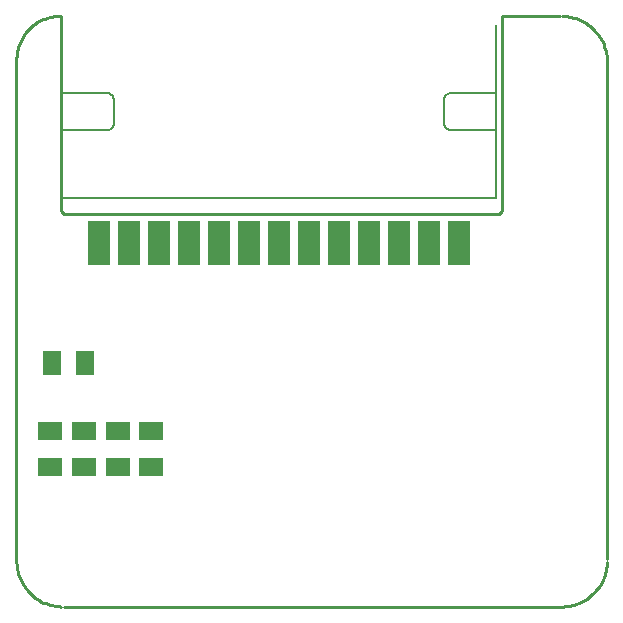
<source format=gtp>
G75*
G70*
%OFA0B0*%
%FSLAX24Y24*%
%IPPOS*%
%LPD*%
%AMOC8*
5,1,8,0,0,1.08239X$1,22.5*
%
%ADD10C,0.0100*%
%ADD11R,0.0630X0.0787*%
%ADD12C,0.0050*%
%ADD13R,0.0760X0.1500*%
%ADD14R,0.0787X0.0591*%
D10*
X001272Y002404D02*
X001272Y002454D01*
X001272Y019014D01*
X001272Y019038D02*
X001273Y019113D01*
X001277Y019188D01*
X001286Y019263D01*
X001298Y019337D01*
X001314Y019410D01*
X001334Y019483D01*
X001358Y019554D01*
X001385Y019624D01*
X001416Y019692D01*
X001450Y019759D01*
X001488Y019824D01*
X001529Y019887D01*
X001573Y019948D01*
X001621Y020006D01*
X001671Y020062D01*
X001724Y020115D01*
X001780Y020165D01*
X001838Y020213D01*
X001899Y020257D01*
X001962Y020298D01*
X002027Y020336D01*
X002094Y020370D01*
X002162Y020401D01*
X002232Y020428D01*
X002303Y020452D01*
X002376Y020472D01*
X002449Y020488D01*
X002523Y020500D01*
X002598Y020509D01*
X002673Y020513D01*
X002748Y020514D01*
X002748Y014018D01*
X002847Y013920D01*
X017365Y013920D01*
X017463Y014018D01*
X017463Y020514D01*
X019382Y020514D01*
X019457Y020514D02*
X019534Y020510D01*
X019611Y020503D01*
X019688Y020492D01*
X019763Y020477D01*
X019838Y020458D01*
X019912Y020436D01*
X019985Y020409D01*
X020056Y020379D01*
X020125Y020346D01*
X020193Y020309D01*
X020259Y020269D01*
X020323Y020225D01*
X020384Y020179D01*
X020443Y020129D01*
X020500Y020077D01*
X020554Y020021D01*
X020605Y019963D01*
X020653Y019903D01*
X020697Y019840D01*
X020739Y019775D01*
X020777Y019708D01*
X020812Y019639D01*
X020843Y019568D01*
X020871Y019496D01*
X020895Y019423D01*
X020916Y019348D01*
X020932Y019273D01*
X020945Y019197D01*
X020954Y019120D01*
X020959Y019043D01*
X020960Y018966D01*
X020957Y018889D01*
X020957Y002404D01*
X020957Y002329D02*
X020953Y002252D01*
X020946Y002175D01*
X020935Y002098D01*
X020920Y002023D01*
X020901Y001948D01*
X020879Y001874D01*
X020852Y001801D01*
X020822Y001730D01*
X020789Y001661D01*
X020752Y001593D01*
X020712Y001527D01*
X020668Y001463D01*
X020622Y001402D01*
X020572Y001343D01*
X020520Y001286D01*
X020464Y001232D01*
X020406Y001181D01*
X020346Y001133D01*
X020283Y001089D01*
X020218Y001047D01*
X020151Y001009D01*
X020082Y000974D01*
X020011Y000943D01*
X019939Y000915D01*
X019866Y000891D01*
X019791Y000870D01*
X019716Y000854D01*
X019640Y000841D01*
X019563Y000832D01*
X019486Y000827D01*
X019409Y000826D01*
X019332Y000829D01*
X019382Y000829D01*
X019332Y000829D02*
X002847Y000829D01*
X002772Y000829D02*
X002695Y000833D01*
X002618Y000840D01*
X002541Y000851D01*
X002466Y000866D01*
X002391Y000885D01*
X002317Y000907D01*
X002244Y000934D01*
X002173Y000964D01*
X002104Y000997D01*
X002036Y001034D01*
X001970Y001074D01*
X001906Y001118D01*
X001845Y001164D01*
X001786Y001214D01*
X001729Y001266D01*
X001675Y001322D01*
X001624Y001380D01*
X001576Y001440D01*
X001532Y001503D01*
X001490Y001568D01*
X001452Y001635D01*
X001417Y001704D01*
X001386Y001775D01*
X001358Y001847D01*
X001334Y001920D01*
X001313Y001995D01*
X001297Y002070D01*
X001284Y002146D01*
X001275Y002223D01*
X001270Y002300D01*
X001269Y002377D01*
X001272Y002454D01*
X020957Y018889D02*
X020957Y018939D01*
D11*
X003573Y008935D03*
X002471Y008935D03*
D12*
X002772Y014454D02*
X017272Y014454D01*
X017272Y016704D01*
X015772Y016704D01*
X015742Y016706D01*
X015712Y016711D01*
X015683Y016720D01*
X015656Y016733D01*
X015630Y016748D01*
X015606Y016767D01*
X015585Y016788D01*
X015566Y016812D01*
X015551Y016838D01*
X015538Y016865D01*
X015529Y016894D01*
X015524Y016924D01*
X015522Y016954D01*
X015522Y017704D01*
X015524Y017734D01*
X015529Y017764D01*
X015538Y017793D01*
X015551Y017820D01*
X015566Y017846D01*
X015585Y017870D01*
X015606Y017891D01*
X015630Y017910D01*
X015656Y017925D01*
X015683Y017938D01*
X015712Y017947D01*
X015742Y017952D01*
X015772Y017954D01*
X017272Y017954D01*
X017272Y020204D01*
X017272Y017954D02*
X017272Y016704D01*
X004522Y016954D02*
X004522Y017704D01*
X004520Y017734D01*
X004515Y017764D01*
X004506Y017793D01*
X004493Y017820D01*
X004478Y017846D01*
X004459Y017870D01*
X004438Y017891D01*
X004414Y017910D01*
X004388Y017925D01*
X004361Y017938D01*
X004332Y017947D01*
X004302Y017952D01*
X004272Y017954D01*
X002772Y017954D01*
X002772Y016704D01*
X004272Y016704D01*
X004302Y016706D01*
X004332Y016711D01*
X004361Y016720D01*
X004388Y016733D01*
X004414Y016748D01*
X004438Y016767D01*
X004459Y016788D01*
X004478Y016812D01*
X004493Y016838D01*
X004506Y016865D01*
X004515Y016894D01*
X004520Y016924D01*
X004522Y016954D01*
X002772Y016704D02*
X002772Y014454D01*
D13*
X004022Y012954D03*
X005022Y012954D03*
X006022Y012954D03*
X007022Y012954D03*
X008022Y012954D03*
X009022Y012954D03*
X010022Y012954D03*
X011022Y012954D03*
X012022Y012954D03*
X013022Y012954D03*
X014022Y012954D03*
X015022Y012954D03*
X016022Y012954D03*
D14*
X005772Y006670D03*
X004647Y006670D03*
X003522Y006670D03*
X002397Y006670D03*
X002397Y005489D03*
X003522Y005489D03*
X004647Y005489D03*
X005772Y005489D03*
M02*

</source>
